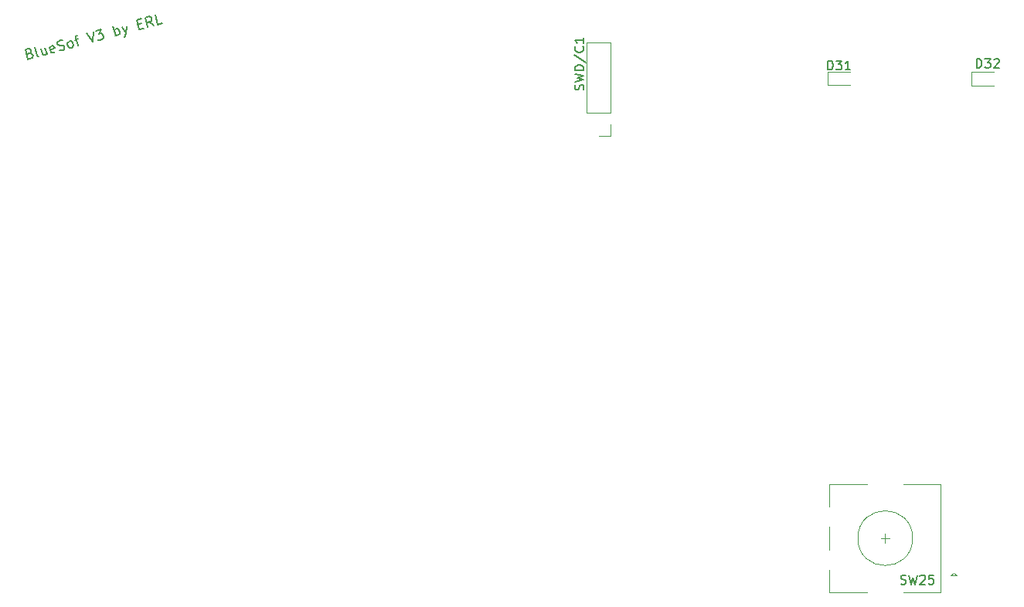
<source format=gto>
G04 #@! TF.GenerationSoftware,KiCad,Pcbnew,(5.99.0-8557-g8988e46ab1)*
G04 #@! TF.CreationDate,2021-02-20T09:48:14-07:00*
G04 #@! TF.ProjectId,BlueSof,426c7565-536f-4662-9e6b-696361645f70,rev?*
G04 #@! TF.SameCoordinates,PX85099e0PY51bada0*
G04 #@! TF.FileFunction,Legend,Top*
G04 #@! TF.FilePolarity,Positive*
%FSLAX46Y46*%
G04 Gerber Fmt 4.6, Leading zero omitted, Abs format (unit mm)*
G04 Created by KiCad (PCBNEW (5.99.0-8557-g8988e46ab1)) date 2021-02-20 09:48:14*
%MOMM*%
%LPD*%
G01*
G04 APERTURE LIST*
%ADD10C,0.200000*%
%ADD11C,0.150000*%
%ADD12C,0.120000*%
G04 APERTURE END LIST*
D10*
X-26144895Y38653643D02*
X-25979549Y38643718D01*
X-25915396Y38606679D01*
X-25837686Y38519044D01*
X-25797014Y38367256D01*
X-25820496Y38252507D01*
X-25857535Y38188353D01*
X-25945170Y38110643D01*
X-26349939Y38002185D01*
X-26634640Y39064704D01*
X-26280467Y39159604D01*
X-26165717Y39136122D01*
X-26101564Y39099083D01*
X-26023854Y39011448D01*
X-25996739Y38910256D01*
X-26020221Y38795507D01*
X-26057260Y38731353D01*
X-26144895Y38653643D01*
X-26499068Y38558743D01*
X-25135632Y38327558D02*
X-25250381Y38351040D01*
X-25328092Y38438675D01*
X-25572121Y39349405D01*
X-24465299Y39266376D02*
X-24275498Y38558030D01*
X-24920664Y39144361D02*
X-24771535Y38587804D01*
X-24693824Y38500169D01*
X-24579075Y38476687D01*
X-24427286Y38517358D01*
X-24339651Y38595069D01*
X-24302612Y38659222D01*
X-23378325Y38852656D02*
X-23465960Y38774945D01*
X-23668345Y38720716D01*
X-23783094Y38744198D01*
X-23860805Y38831833D01*
X-23969262Y39236602D01*
X-23945780Y39351351D01*
X-23858145Y39429062D01*
X-23655761Y39483291D01*
X-23541011Y39459809D01*
X-23463301Y39372174D01*
X-23436187Y39270982D01*
X-23915033Y39034218D01*
X-22922960Y38974670D02*
X-22757615Y38964746D01*
X-22504634Y39032532D01*
X-22416999Y39110242D01*
X-22379960Y39174395D01*
X-22356478Y39289145D01*
X-22383593Y39390337D01*
X-22461303Y39477972D01*
X-22525456Y39515011D01*
X-22640206Y39538493D01*
X-22856148Y39534860D01*
X-22970897Y39558342D01*
X-23035050Y39595381D01*
X-23112761Y39683016D01*
X-23139875Y39784208D01*
X-23116393Y39898957D01*
X-23079354Y39963111D01*
X-22991719Y40040821D01*
X-22738739Y40108607D01*
X-22573393Y40098683D01*
X-21695096Y39249447D02*
X-21809846Y39272928D01*
X-21873999Y39309967D01*
X-21951709Y39397602D01*
X-22033053Y39701179D01*
X-22009571Y39815928D01*
X-21972532Y39880082D01*
X-21884897Y39957792D01*
X-21733108Y39998464D01*
X-21618359Y39974982D01*
X-21554206Y39937943D01*
X-21476495Y39850308D01*
X-21395152Y39546731D01*
X-21418634Y39431982D01*
X-21455673Y39367829D01*
X-21543308Y39290118D01*
X-21695096Y39249447D01*
X-21227147Y40134036D02*
X-20822378Y40242493D01*
X-20885558Y39466362D02*
X-21129588Y40377092D01*
X-21106106Y40491841D01*
X-21018471Y40569552D01*
X-20917279Y40596666D01*
X-19905356Y40867810D02*
X-19266483Y39900192D01*
X-19197011Y41057610D01*
X-18944030Y41125396D02*
X-18286281Y41301640D01*
X-18531996Y40801971D01*
X-18380208Y40842642D01*
X-18265458Y40819160D01*
X-18201305Y40782121D01*
X-18123594Y40694486D01*
X-18055809Y40441506D01*
X-18079290Y40326756D01*
X-18116329Y40262603D01*
X-18203964Y40184893D01*
X-18507541Y40103549D01*
X-18622290Y40127031D01*
X-18686444Y40164070D01*
X-16736677Y40578051D02*
X-17021378Y41640569D01*
X-16912920Y41235801D02*
X-16825285Y41313511D01*
X-16622901Y41367740D01*
X-16508151Y41344258D01*
X-16443998Y41307219D01*
X-16366288Y41219584D01*
X-16284945Y40916007D01*
X-16308426Y40801258D01*
X-16345465Y40737105D01*
X-16433100Y40659394D01*
X-16635485Y40605165D01*
X-16750234Y40628647D01*
X-16066344Y41516869D02*
X-15623562Y40876309D01*
X-15560382Y41652441D02*
X-15623562Y40876309D01*
X-15656969Y40596214D01*
X-15694008Y40532061D01*
X-15781643Y40454350D01*
X-14305404Y41826025D02*
X-13951231Y41920925D01*
X-13650314Y41405040D02*
X-14156275Y41269468D01*
X-14440976Y42331986D01*
X-13935015Y42467558D01*
X-12587796Y41689740D02*
X-13077540Y42100801D01*
X-13194949Y41527054D02*
X-13479650Y42589573D01*
X-13074881Y42698030D01*
X-12960132Y42674548D01*
X-12895978Y42637509D01*
X-12818268Y42549874D01*
X-12777596Y42398086D01*
X-12801078Y42283337D01*
X-12838117Y42219183D01*
X-12925752Y42141473D01*
X-13330521Y42033015D01*
X-11626469Y41947327D02*
X-12132430Y41811755D01*
X-12417131Y42874274D01*
D11*
X34504761Y34642858D02*
X34552380Y34785715D01*
X34552380Y35023810D01*
X34504761Y35119048D01*
X34457142Y35166667D01*
X34361904Y35214286D01*
X34266666Y35214286D01*
X34171428Y35166667D01*
X34123809Y35119048D01*
X34076190Y35023810D01*
X34028571Y34833334D01*
X33980952Y34738096D01*
X33933333Y34690477D01*
X33838095Y34642858D01*
X33742857Y34642858D01*
X33647619Y34690477D01*
X33600000Y34738096D01*
X33552380Y34833334D01*
X33552380Y35071429D01*
X33600000Y35214286D01*
X33552380Y35547620D02*
X34552380Y35785715D01*
X33838095Y35976191D01*
X34552380Y36166667D01*
X33552380Y36404762D01*
X34552380Y36785715D02*
X33552380Y36785715D01*
X33552380Y37023810D01*
X33600000Y37166667D01*
X33695238Y37261905D01*
X33790476Y37309524D01*
X33980952Y37357143D01*
X34123809Y37357143D01*
X34314285Y37309524D01*
X34409523Y37261905D01*
X34504761Y37166667D01*
X34552380Y37023810D01*
X34552380Y36785715D01*
X33504761Y38500000D02*
X34790476Y37642858D01*
X34457142Y39404762D02*
X34504761Y39357143D01*
X34552380Y39214286D01*
X34552380Y39119048D01*
X34504761Y38976191D01*
X34409523Y38880953D01*
X34314285Y38833334D01*
X34123809Y38785715D01*
X33980952Y38785715D01*
X33790476Y38833334D01*
X33695238Y38880953D01*
X33600000Y38976191D01*
X33552380Y39119048D01*
X33552380Y39214286D01*
X33600000Y39357143D01*
X33647619Y39404762D01*
X34552380Y40357143D02*
X34552380Y39785715D01*
X34552380Y40071429D02*
X33552380Y40071429D01*
X33695238Y39976191D01*
X33790476Y39880953D01*
X33838095Y39785715D01*
X77585714Y37047620D02*
X77585714Y38047620D01*
X77823809Y38047620D01*
X77966666Y38000000D01*
X78061904Y37904762D01*
X78109523Y37809524D01*
X78157142Y37619048D01*
X78157142Y37476191D01*
X78109523Y37285715D01*
X78061904Y37190477D01*
X77966666Y37095239D01*
X77823809Y37047620D01*
X77585714Y37047620D01*
X78490476Y38047620D02*
X79109523Y38047620D01*
X78776190Y37666667D01*
X78919047Y37666667D01*
X79014285Y37619048D01*
X79061904Y37571429D01*
X79109523Y37476191D01*
X79109523Y37238096D01*
X79061904Y37142858D01*
X79014285Y37095239D01*
X78919047Y37047620D01*
X78633333Y37047620D01*
X78538095Y37095239D01*
X78490476Y37142858D01*
X79490476Y37952381D02*
X79538095Y38000000D01*
X79633333Y38047620D01*
X79871428Y38047620D01*
X79966666Y38000000D01*
X80014285Y37952381D01*
X80061904Y37857143D01*
X80061904Y37761905D01*
X80014285Y37619048D01*
X79442857Y37047620D01*
X80061904Y37047620D01*
X61285714Y36847620D02*
X61285714Y37847620D01*
X61523809Y37847620D01*
X61666666Y37800000D01*
X61761904Y37704762D01*
X61809523Y37609524D01*
X61857142Y37419048D01*
X61857142Y37276191D01*
X61809523Y37085715D01*
X61761904Y36990477D01*
X61666666Y36895239D01*
X61523809Y36847620D01*
X61285714Y36847620D01*
X62190476Y37847620D02*
X62809523Y37847620D01*
X62476190Y37466667D01*
X62619047Y37466667D01*
X62714285Y37419048D01*
X62761904Y37371429D01*
X62809523Y37276191D01*
X62809523Y37038096D01*
X62761904Y36942858D01*
X62714285Y36895239D01*
X62619047Y36847620D01*
X62333333Y36847620D01*
X62238095Y36895239D01*
X62190476Y36942858D01*
X63761904Y36847620D02*
X63190476Y36847620D01*
X63476190Y36847620D02*
X63476190Y37847620D01*
X63380952Y37704762D01*
X63285714Y37609524D01*
X63190476Y37561905D01*
X69290476Y-19504761D02*
X69433333Y-19552380D01*
X69671428Y-19552380D01*
X69766666Y-19504761D01*
X69814285Y-19457142D01*
X69861904Y-19361904D01*
X69861904Y-19266666D01*
X69814285Y-19171428D01*
X69766666Y-19123809D01*
X69671428Y-19076190D01*
X69480952Y-19028571D01*
X69385714Y-18980952D01*
X69338095Y-18933333D01*
X69290476Y-18838095D01*
X69290476Y-18742857D01*
X69338095Y-18647619D01*
X69385714Y-18600000D01*
X69480952Y-18552380D01*
X69719047Y-18552380D01*
X69861904Y-18600000D01*
X70195238Y-18552380D02*
X70433333Y-19552380D01*
X70623809Y-18838095D01*
X70814285Y-19552380D01*
X71052380Y-18552380D01*
X71385714Y-18647619D02*
X71433333Y-18600000D01*
X71528571Y-18552380D01*
X71766666Y-18552380D01*
X71861904Y-18600000D01*
X71909523Y-18647619D01*
X71957142Y-18742857D01*
X71957142Y-18838095D01*
X71909523Y-18980952D01*
X71338095Y-19552380D01*
X71957142Y-19552380D01*
X72861904Y-18552380D02*
X72385714Y-18552380D01*
X72338095Y-19028571D01*
X72385714Y-18980952D01*
X72480952Y-18933333D01*
X72719047Y-18933333D01*
X72814285Y-18980952D01*
X72861904Y-19028571D01*
X72909523Y-19123809D01*
X72909523Y-19361904D01*
X72861904Y-19457142D01*
X72814285Y-19504761D01*
X72719047Y-19552380D01*
X72480952Y-19552380D01*
X72385714Y-19504761D01*
X72338095Y-19457142D01*
D12*
X34843000Y32170000D02*
X34843000Y39850000D01*
X37503000Y30900000D02*
X37503000Y29570000D01*
X37503000Y29570000D02*
X36173000Y29570000D01*
X37503000Y32170000D02*
X37503000Y39850000D01*
X37503000Y39850000D02*
X34843000Y39850000D01*
X37503000Y32170000D02*
X34843000Y32170000D01*
X76988000Y36610000D02*
X76988000Y35140000D01*
X79448000Y36610000D02*
X76988000Y36610000D01*
X76988000Y35140000D02*
X79448000Y35140000D01*
X63748000Y36635000D02*
X61288000Y36635000D01*
X61288000Y35165000D02*
X63748000Y35165000D01*
X61288000Y36635000D02*
X61288000Y35165000D01*
X73673000Y-20400000D02*
X73673000Y-8600000D01*
X74773000Y-18600000D02*
X75073000Y-18300000D01*
X61473000Y-20400000D02*
X61473000Y-18000000D01*
X68073000Y-14500000D02*
X67073000Y-14500000D01*
X75373000Y-18600000D02*
X74773000Y-18600000D01*
X69573000Y-8600000D02*
X73673000Y-8600000D01*
X65573000Y-20400000D02*
X61473000Y-20400000D01*
X75073000Y-18300000D02*
X75373000Y-18600000D01*
X61473000Y-11000000D02*
X61473000Y-8600000D01*
X67573000Y-15000000D02*
X67573000Y-14000000D01*
X61473000Y-8600000D02*
X65573000Y-8600000D01*
X61473000Y-15800000D02*
X61473000Y-13200000D01*
X69573000Y-20400000D02*
X73673000Y-20400000D01*
X70573000Y-14500000D02*
G75*
G03*
X70573000Y-14500000I-3000000J0D01*
G01*
M02*

</source>
